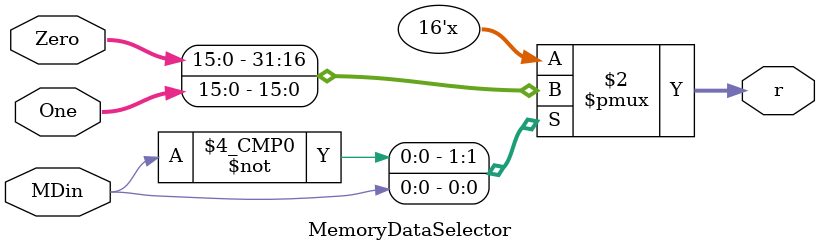
<source format=v>
`timescale 1ns / 1ps
module MemoryDataSelector(
    input MDin,
    input [15:0] One,
    input [15:0] Zero,
    output reg [15:0] r
    );
	 always @*
case(MDin)
1'b0	:	r <= Zero;
1'b1	:	r <= One;

endcase


endmodule

</source>
